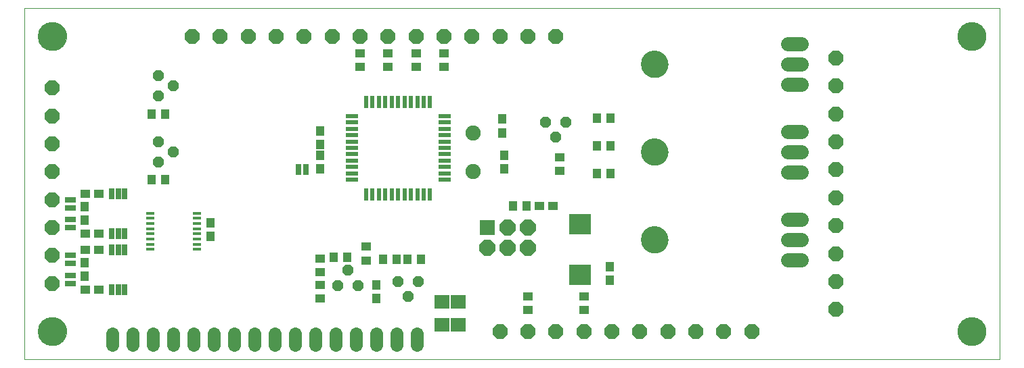
<source format=gts>
G75*
%MOIN*%
%OFA0B0*%
%FSLAX25Y25*%
%IPPOS*%
%LPD*%
%AMOC8*
5,1,8,0,0,1.08239X$1,22.5*
%
%ADD10C,0.00000*%
%ADD11R,0.06306X0.02369*%
%ADD12R,0.02369X0.06306*%
%ADD13R,0.04300X0.01600*%
%ADD14C,0.07000*%
%ADD15C,0.13400*%
%ADD16R,0.07800X0.07800*%
%ADD17OC8,0.07800*%
%ADD18R,0.04337X0.04731*%
%ADD19R,0.04731X0.04337*%
%ADD20C,0.07487*%
%ADD21OC8,0.05600*%
%ADD22OC8,0.07487*%
%ADD23R,0.07498X0.06699*%
%ADD24C,0.14180*%
%ADD25C,0.06337*%
%ADD26R,0.11030X0.10439*%
%ADD27R,0.05400X0.02900*%
%ADD28R,0.02900X0.05400*%
D10*
X0001250Y0001250D02*
X0001250Y0174478D01*
X0481565Y0174478D01*
X0481565Y0001250D01*
X0001250Y0001250D01*
X0008140Y0015030D02*
X0008142Y0015199D01*
X0008148Y0015368D01*
X0008159Y0015537D01*
X0008173Y0015705D01*
X0008192Y0015873D01*
X0008215Y0016041D01*
X0008241Y0016208D01*
X0008272Y0016374D01*
X0008307Y0016540D01*
X0008346Y0016704D01*
X0008390Y0016868D01*
X0008437Y0017030D01*
X0008488Y0017191D01*
X0008543Y0017351D01*
X0008602Y0017510D01*
X0008664Y0017667D01*
X0008731Y0017822D01*
X0008802Y0017976D01*
X0008876Y0018128D01*
X0008954Y0018278D01*
X0009035Y0018426D01*
X0009120Y0018572D01*
X0009209Y0018716D01*
X0009301Y0018858D01*
X0009397Y0018997D01*
X0009496Y0019134D01*
X0009598Y0019269D01*
X0009704Y0019401D01*
X0009813Y0019530D01*
X0009925Y0019657D01*
X0010040Y0019781D01*
X0010158Y0019902D01*
X0010279Y0020020D01*
X0010403Y0020135D01*
X0010530Y0020247D01*
X0010659Y0020356D01*
X0010791Y0020462D01*
X0010926Y0020564D01*
X0011063Y0020663D01*
X0011202Y0020759D01*
X0011344Y0020851D01*
X0011488Y0020940D01*
X0011634Y0021025D01*
X0011782Y0021106D01*
X0011932Y0021184D01*
X0012084Y0021258D01*
X0012238Y0021329D01*
X0012393Y0021396D01*
X0012550Y0021458D01*
X0012709Y0021517D01*
X0012869Y0021572D01*
X0013030Y0021623D01*
X0013192Y0021670D01*
X0013356Y0021714D01*
X0013520Y0021753D01*
X0013686Y0021788D01*
X0013852Y0021819D01*
X0014019Y0021845D01*
X0014187Y0021868D01*
X0014355Y0021887D01*
X0014523Y0021901D01*
X0014692Y0021912D01*
X0014861Y0021918D01*
X0015030Y0021920D01*
X0015199Y0021918D01*
X0015368Y0021912D01*
X0015537Y0021901D01*
X0015705Y0021887D01*
X0015873Y0021868D01*
X0016041Y0021845D01*
X0016208Y0021819D01*
X0016374Y0021788D01*
X0016540Y0021753D01*
X0016704Y0021714D01*
X0016868Y0021670D01*
X0017030Y0021623D01*
X0017191Y0021572D01*
X0017351Y0021517D01*
X0017510Y0021458D01*
X0017667Y0021396D01*
X0017822Y0021329D01*
X0017976Y0021258D01*
X0018128Y0021184D01*
X0018278Y0021106D01*
X0018426Y0021025D01*
X0018572Y0020940D01*
X0018716Y0020851D01*
X0018858Y0020759D01*
X0018997Y0020663D01*
X0019134Y0020564D01*
X0019269Y0020462D01*
X0019401Y0020356D01*
X0019530Y0020247D01*
X0019657Y0020135D01*
X0019781Y0020020D01*
X0019902Y0019902D01*
X0020020Y0019781D01*
X0020135Y0019657D01*
X0020247Y0019530D01*
X0020356Y0019401D01*
X0020462Y0019269D01*
X0020564Y0019134D01*
X0020663Y0018997D01*
X0020759Y0018858D01*
X0020851Y0018716D01*
X0020940Y0018572D01*
X0021025Y0018426D01*
X0021106Y0018278D01*
X0021184Y0018128D01*
X0021258Y0017976D01*
X0021329Y0017822D01*
X0021396Y0017667D01*
X0021458Y0017510D01*
X0021517Y0017351D01*
X0021572Y0017191D01*
X0021623Y0017030D01*
X0021670Y0016868D01*
X0021714Y0016704D01*
X0021753Y0016540D01*
X0021788Y0016374D01*
X0021819Y0016208D01*
X0021845Y0016041D01*
X0021868Y0015873D01*
X0021887Y0015705D01*
X0021901Y0015537D01*
X0021912Y0015368D01*
X0021918Y0015199D01*
X0021920Y0015030D01*
X0021918Y0014861D01*
X0021912Y0014692D01*
X0021901Y0014523D01*
X0021887Y0014355D01*
X0021868Y0014187D01*
X0021845Y0014019D01*
X0021819Y0013852D01*
X0021788Y0013686D01*
X0021753Y0013520D01*
X0021714Y0013356D01*
X0021670Y0013192D01*
X0021623Y0013030D01*
X0021572Y0012869D01*
X0021517Y0012709D01*
X0021458Y0012550D01*
X0021396Y0012393D01*
X0021329Y0012238D01*
X0021258Y0012084D01*
X0021184Y0011932D01*
X0021106Y0011782D01*
X0021025Y0011634D01*
X0020940Y0011488D01*
X0020851Y0011344D01*
X0020759Y0011202D01*
X0020663Y0011063D01*
X0020564Y0010926D01*
X0020462Y0010791D01*
X0020356Y0010659D01*
X0020247Y0010530D01*
X0020135Y0010403D01*
X0020020Y0010279D01*
X0019902Y0010158D01*
X0019781Y0010040D01*
X0019657Y0009925D01*
X0019530Y0009813D01*
X0019401Y0009704D01*
X0019269Y0009598D01*
X0019134Y0009496D01*
X0018997Y0009397D01*
X0018858Y0009301D01*
X0018716Y0009209D01*
X0018572Y0009120D01*
X0018426Y0009035D01*
X0018278Y0008954D01*
X0018128Y0008876D01*
X0017976Y0008802D01*
X0017822Y0008731D01*
X0017667Y0008664D01*
X0017510Y0008602D01*
X0017351Y0008543D01*
X0017191Y0008488D01*
X0017030Y0008437D01*
X0016868Y0008390D01*
X0016704Y0008346D01*
X0016540Y0008307D01*
X0016374Y0008272D01*
X0016208Y0008241D01*
X0016041Y0008215D01*
X0015873Y0008192D01*
X0015705Y0008173D01*
X0015537Y0008159D01*
X0015368Y0008148D01*
X0015199Y0008142D01*
X0015030Y0008140D01*
X0014861Y0008142D01*
X0014692Y0008148D01*
X0014523Y0008159D01*
X0014355Y0008173D01*
X0014187Y0008192D01*
X0014019Y0008215D01*
X0013852Y0008241D01*
X0013686Y0008272D01*
X0013520Y0008307D01*
X0013356Y0008346D01*
X0013192Y0008390D01*
X0013030Y0008437D01*
X0012869Y0008488D01*
X0012709Y0008543D01*
X0012550Y0008602D01*
X0012393Y0008664D01*
X0012238Y0008731D01*
X0012084Y0008802D01*
X0011932Y0008876D01*
X0011782Y0008954D01*
X0011634Y0009035D01*
X0011488Y0009120D01*
X0011344Y0009209D01*
X0011202Y0009301D01*
X0011063Y0009397D01*
X0010926Y0009496D01*
X0010791Y0009598D01*
X0010659Y0009704D01*
X0010530Y0009813D01*
X0010403Y0009925D01*
X0010279Y0010040D01*
X0010158Y0010158D01*
X0010040Y0010279D01*
X0009925Y0010403D01*
X0009813Y0010530D01*
X0009704Y0010659D01*
X0009598Y0010791D01*
X0009496Y0010926D01*
X0009397Y0011063D01*
X0009301Y0011202D01*
X0009209Y0011344D01*
X0009120Y0011488D01*
X0009035Y0011634D01*
X0008954Y0011782D01*
X0008876Y0011932D01*
X0008802Y0012084D01*
X0008731Y0012238D01*
X0008664Y0012393D01*
X0008602Y0012550D01*
X0008543Y0012709D01*
X0008488Y0012869D01*
X0008437Y0013030D01*
X0008390Y0013192D01*
X0008346Y0013356D01*
X0008307Y0013520D01*
X0008272Y0013686D01*
X0008241Y0013852D01*
X0008215Y0014019D01*
X0008192Y0014187D01*
X0008173Y0014355D01*
X0008159Y0014523D01*
X0008148Y0014692D01*
X0008142Y0014861D01*
X0008140Y0015030D01*
X0305081Y0060305D02*
X0305083Y0060466D01*
X0305089Y0060626D01*
X0305099Y0060787D01*
X0305113Y0060947D01*
X0305131Y0061107D01*
X0305152Y0061266D01*
X0305178Y0061425D01*
X0305208Y0061583D01*
X0305241Y0061740D01*
X0305279Y0061897D01*
X0305320Y0062052D01*
X0305365Y0062206D01*
X0305414Y0062359D01*
X0305467Y0062511D01*
X0305523Y0062662D01*
X0305584Y0062811D01*
X0305647Y0062959D01*
X0305715Y0063105D01*
X0305786Y0063249D01*
X0305860Y0063391D01*
X0305938Y0063532D01*
X0306020Y0063670D01*
X0306105Y0063807D01*
X0306193Y0063941D01*
X0306285Y0064073D01*
X0306380Y0064203D01*
X0306478Y0064331D01*
X0306579Y0064456D01*
X0306683Y0064578D01*
X0306790Y0064698D01*
X0306900Y0064815D01*
X0307013Y0064930D01*
X0307129Y0065041D01*
X0307248Y0065150D01*
X0307369Y0065255D01*
X0307493Y0065358D01*
X0307619Y0065458D01*
X0307747Y0065554D01*
X0307878Y0065647D01*
X0308012Y0065737D01*
X0308147Y0065824D01*
X0308285Y0065907D01*
X0308424Y0065987D01*
X0308566Y0066063D01*
X0308709Y0066136D01*
X0308854Y0066205D01*
X0309001Y0066271D01*
X0309149Y0066333D01*
X0309299Y0066391D01*
X0309450Y0066446D01*
X0309603Y0066497D01*
X0309757Y0066544D01*
X0309912Y0066587D01*
X0310068Y0066626D01*
X0310224Y0066662D01*
X0310382Y0066693D01*
X0310540Y0066721D01*
X0310699Y0066745D01*
X0310859Y0066765D01*
X0311019Y0066781D01*
X0311179Y0066793D01*
X0311340Y0066801D01*
X0311501Y0066805D01*
X0311661Y0066805D01*
X0311822Y0066801D01*
X0311983Y0066793D01*
X0312143Y0066781D01*
X0312303Y0066765D01*
X0312463Y0066745D01*
X0312622Y0066721D01*
X0312780Y0066693D01*
X0312938Y0066662D01*
X0313094Y0066626D01*
X0313250Y0066587D01*
X0313405Y0066544D01*
X0313559Y0066497D01*
X0313712Y0066446D01*
X0313863Y0066391D01*
X0314013Y0066333D01*
X0314161Y0066271D01*
X0314308Y0066205D01*
X0314453Y0066136D01*
X0314596Y0066063D01*
X0314738Y0065987D01*
X0314877Y0065907D01*
X0315015Y0065824D01*
X0315150Y0065737D01*
X0315284Y0065647D01*
X0315415Y0065554D01*
X0315543Y0065458D01*
X0315669Y0065358D01*
X0315793Y0065255D01*
X0315914Y0065150D01*
X0316033Y0065041D01*
X0316149Y0064930D01*
X0316262Y0064815D01*
X0316372Y0064698D01*
X0316479Y0064578D01*
X0316583Y0064456D01*
X0316684Y0064331D01*
X0316782Y0064203D01*
X0316877Y0064073D01*
X0316969Y0063941D01*
X0317057Y0063807D01*
X0317142Y0063670D01*
X0317224Y0063532D01*
X0317302Y0063391D01*
X0317376Y0063249D01*
X0317447Y0063105D01*
X0317515Y0062959D01*
X0317578Y0062811D01*
X0317639Y0062662D01*
X0317695Y0062511D01*
X0317748Y0062359D01*
X0317797Y0062206D01*
X0317842Y0062052D01*
X0317883Y0061897D01*
X0317921Y0061740D01*
X0317954Y0061583D01*
X0317984Y0061425D01*
X0318010Y0061266D01*
X0318031Y0061107D01*
X0318049Y0060947D01*
X0318063Y0060787D01*
X0318073Y0060626D01*
X0318079Y0060466D01*
X0318081Y0060305D01*
X0318079Y0060144D01*
X0318073Y0059984D01*
X0318063Y0059823D01*
X0318049Y0059663D01*
X0318031Y0059503D01*
X0318010Y0059344D01*
X0317984Y0059185D01*
X0317954Y0059027D01*
X0317921Y0058870D01*
X0317883Y0058713D01*
X0317842Y0058558D01*
X0317797Y0058404D01*
X0317748Y0058251D01*
X0317695Y0058099D01*
X0317639Y0057948D01*
X0317578Y0057799D01*
X0317515Y0057651D01*
X0317447Y0057505D01*
X0317376Y0057361D01*
X0317302Y0057219D01*
X0317224Y0057078D01*
X0317142Y0056940D01*
X0317057Y0056803D01*
X0316969Y0056669D01*
X0316877Y0056537D01*
X0316782Y0056407D01*
X0316684Y0056279D01*
X0316583Y0056154D01*
X0316479Y0056032D01*
X0316372Y0055912D01*
X0316262Y0055795D01*
X0316149Y0055680D01*
X0316033Y0055569D01*
X0315914Y0055460D01*
X0315793Y0055355D01*
X0315669Y0055252D01*
X0315543Y0055152D01*
X0315415Y0055056D01*
X0315284Y0054963D01*
X0315150Y0054873D01*
X0315015Y0054786D01*
X0314877Y0054703D01*
X0314738Y0054623D01*
X0314596Y0054547D01*
X0314453Y0054474D01*
X0314308Y0054405D01*
X0314161Y0054339D01*
X0314013Y0054277D01*
X0313863Y0054219D01*
X0313712Y0054164D01*
X0313559Y0054113D01*
X0313405Y0054066D01*
X0313250Y0054023D01*
X0313094Y0053984D01*
X0312938Y0053948D01*
X0312780Y0053917D01*
X0312622Y0053889D01*
X0312463Y0053865D01*
X0312303Y0053845D01*
X0312143Y0053829D01*
X0311983Y0053817D01*
X0311822Y0053809D01*
X0311661Y0053805D01*
X0311501Y0053805D01*
X0311340Y0053809D01*
X0311179Y0053817D01*
X0311019Y0053829D01*
X0310859Y0053845D01*
X0310699Y0053865D01*
X0310540Y0053889D01*
X0310382Y0053917D01*
X0310224Y0053948D01*
X0310068Y0053984D01*
X0309912Y0054023D01*
X0309757Y0054066D01*
X0309603Y0054113D01*
X0309450Y0054164D01*
X0309299Y0054219D01*
X0309149Y0054277D01*
X0309001Y0054339D01*
X0308854Y0054405D01*
X0308709Y0054474D01*
X0308566Y0054547D01*
X0308424Y0054623D01*
X0308285Y0054703D01*
X0308147Y0054786D01*
X0308012Y0054873D01*
X0307878Y0054963D01*
X0307747Y0055056D01*
X0307619Y0055152D01*
X0307493Y0055252D01*
X0307369Y0055355D01*
X0307248Y0055460D01*
X0307129Y0055569D01*
X0307013Y0055680D01*
X0306900Y0055795D01*
X0306790Y0055912D01*
X0306683Y0056032D01*
X0306579Y0056154D01*
X0306478Y0056279D01*
X0306380Y0056407D01*
X0306285Y0056537D01*
X0306193Y0056669D01*
X0306105Y0056803D01*
X0306020Y0056940D01*
X0305938Y0057078D01*
X0305860Y0057219D01*
X0305786Y0057361D01*
X0305715Y0057505D01*
X0305647Y0057651D01*
X0305584Y0057799D01*
X0305523Y0057948D01*
X0305467Y0058099D01*
X0305414Y0058251D01*
X0305365Y0058404D01*
X0305320Y0058558D01*
X0305279Y0058713D01*
X0305241Y0058870D01*
X0305208Y0059027D01*
X0305178Y0059185D01*
X0305152Y0059344D01*
X0305131Y0059503D01*
X0305113Y0059663D01*
X0305099Y0059823D01*
X0305089Y0059984D01*
X0305083Y0060144D01*
X0305081Y0060305D01*
X0305081Y0103612D02*
X0305083Y0103773D01*
X0305089Y0103933D01*
X0305099Y0104094D01*
X0305113Y0104254D01*
X0305131Y0104414D01*
X0305152Y0104573D01*
X0305178Y0104732D01*
X0305208Y0104890D01*
X0305241Y0105047D01*
X0305279Y0105204D01*
X0305320Y0105359D01*
X0305365Y0105513D01*
X0305414Y0105666D01*
X0305467Y0105818D01*
X0305523Y0105969D01*
X0305584Y0106118D01*
X0305647Y0106266D01*
X0305715Y0106412D01*
X0305786Y0106556D01*
X0305860Y0106698D01*
X0305938Y0106839D01*
X0306020Y0106977D01*
X0306105Y0107114D01*
X0306193Y0107248D01*
X0306285Y0107380D01*
X0306380Y0107510D01*
X0306478Y0107638D01*
X0306579Y0107763D01*
X0306683Y0107885D01*
X0306790Y0108005D01*
X0306900Y0108122D01*
X0307013Y0108237D01*
X0307129Y0108348D01*
X0307248Y0108457D01*
X0307369Y0108562D01*
X0307493Y0108665D01*
X0307619Y0108765D01*
X0307747Y0108861D01*
X0307878Y0108954D01*
X0308012Y0109044D01*
X0308147Y0109131D01*
X0308285Y0109214D01*
X0308424Y0109294D01*
X0308566Y0109370D01*
X0308709Y0109443D01*
X0308854Y0109512D01*
X0309001Y0109578D01*
X0309149Y0109640D01*
X0309299Y0109698D01*
X0309450Y0109753D01*
X0309603Y0109804D01*
X0309757Y0109851D01*
X0309912Y0109894D01*
X0310068Y0109933D01*
X0310224Y0109969D01*
X0310382Y0110000D01*
X0310540Y0110028D01*
X0310699Y0110052D01*
X0310859Y0110072D01*
X0311019Y0110088D01*
X0311179Y0110100D01*
X0311340Y0110108D01*
X0311501Y0110112D01*
X0311661Y0110112D01*
X0311822Y0110108D01*
X0311983Y0110100D01*
X0312143Y0110088D01*
X0312303Y0110072D01*
X0312463Y0110052D01*
X0312622Y0110028D01*
X0312780Y0110000D01*
X0312938Y0109969D01*
X0313094Y0109933D01*
X0313250Y0109894D01*
X0313405Y0109851D01*
X0313559Y0109804D01*
X0313712Y0109753D01*
X0313863Y0109698D01*
X0314013Y0109640D01*
X0314161Y0109578D01*
X0314308Y0109512D01*
X0314453Y0109443D01*
X0314596Y0109370D01*
X0314738Y0109294D01*
X0314877Y0109214D01*
X0315015Y0109131D01*
X0315150Y0109044D01*
X0315284Y0108954D01*
X0315415Y0108861D01*
X0315543Y0108765D01*
X0315669Y0108665D01*
X0315793Y0108562D01*
X0315914Y0108457D01*
X0316033Y0108348D01*
X0316149Y0108237D01*
X0316262Y0108122D01*
X0316372Y0108005D01*
X0316479Y0107885D01*
X0316583Y0107763D01*
X0316684Y0107638D01*
X0316782Y0107510D01*
X0316877Y0107380D01*
X0316969Y0107248D01*
X0317057Y0107114D01*
X0317142Y0106977D01*
X0317224Y0106839D01*
X0317302Y0106698D01*
X0317376Y0106556D01*
X0317447Y0106412D01*
X0317515Y0106266D01*
X0317578Y0106118D01*
X0317639Y0105969D01*
X0317695Y0105818D01*
X0317748Y0105666D01*
X0317797Y0105513D01*
X0317842Y0105359D01*
X0317883Y0105204D01*
X0317921Y0105047D01*
X0317954Y0104890D01*
X0317984Y0104732D01*
X0318010Y0104573D01*
X0318031Y0104414D01*
X0318049Y0104254D01*
X0318063Y0104094D01*
X0318073Y0103933D01*
X0318079Y0103773D01*
X0318081Y0103612D01*
X0318079Y0103451D01*
X0318073Y0103291D01*
X0318063Y0103130D01*
X0318049Y0102970D01*
X0318031Y0102810D01*
X0318010Y0102651D01*
X0317984Y0102492D01*
X0317954Y0102334D01*
X0317921Y0102177D01*
X0317883Y0102020D01*
X0317842Y0101865D01*
X0317797Y0101711D01*
X0317748Y0101558D01*
X0317695Y0101406D01*
X0317639Y0101255D01*
X0317578Y0101106D01*
X0317515Y0100958D01*
X0317447Y0100812D01*
X0317376Y0100668D01*
X0317302Y0100526D01*
X0317224Y0100385D01*
X0317142Y0100247D01*
X0317057Y0100110D01*
X0316969Y0099976D01*
X0316877Y0099844D01*
X0316782Y0099714D01*
X0316684Y0099586D01*
X0316583Y0099461D01*
X0316479Y0099339D01*
X0316372Y0099219D01*
X0316262Y0099102D01*
X0316149Y0098987D01*
X0316033Y0098876D01*
X0315914Y0098767D01*
X0315793Y0098662D01*
X0315669Y0098559D01*
X0315543Y0098459D01*
X0315415Y0098363D01*
X0315284Y0098270D01*
X0315150Y0098180D01*
X0315015Y0098093D01*
X0314877Y0098010D01*
X0314738Y0097930D01*
X0314596Y0097854D01*
X0314453Y0097781D01*
X0314308Y0097712D01*
X0314161Y0097646D01*
X0314013Y0097584D01*
X0313863Y0097526D01*
X0313712Y0097471D01*
X0313559Y0097420D01*
X0313405Y0097373D01*
X0313250Y0097330D01*
X0313094Y0097291D01*
X0312938Y0097255D01*
X0312780Y0097224D01*
X0312622Y0097196D01*
X0312463Y0097172D01*
X0312303Y0097152D01*
X0312143Y0097136D01*
X0311983Y0097124D01*
X0311822Y0097116D01*
X0311661Y0097112D01*
X0311501Y0097112D01*
X0311340Y0097116D01*
X0311179Y0097124D01*
X0311019Y0097136D01*
X0310859Y0097152D01*
X0310699Y0097172D01*
X0310540Y0097196D01*
X0310382Y0097224D01*
X0310224Y0097255D01*
X0310068Y0097291D01*
X0309912Y0097330D01*
X0309757Y0097373D01*
X0309603Y0097420D01*
X0309450Y0097471D01*
X0309299Y0097526D01*
X0309149Y0097584D01*
X0309001Y0097646D01*
X0308854Y0097712D01*
X0308709Y0097781D01*
X0308566Y0097854D01*
X0308424Y0097930D01*
X0308285Y0098010D01*
X0308147Y0098093D01*
X0308012Y0098180D01*
X0307878Y0098270D01*
X0307747Y0098363D01*
X0307619Y0098459D01*
X0307493Y0098559D01*
X0307369Y0098662D01*
X0307248Y0098767D01*
X0307129Y0098876D01*
X0307013Y0098987D01*
X0306900Y0099102D01*
X0306790Y0099219D01*
X0306683Y0099339D01*
X0306579Y0099461D01*
X0306478Y0099586D01*
X0306380Y0099714D01*
X0306285Y0099844D01*
X0306193Y0099976D01*
X0306105Y0100110D01*
X0306020Y0100247D01*
X0305938Y0100385D01*
X0305860Y0100526D01*
X0305786Y0100668D01*
X0305715Y0100812D01*
X0305647Y0100958D01*
X0305584Y0101106D01*
X0305523Y0101255D01*
X0305467Y0101406D01*
X0305414Y0101558D01*
X0305365Y0101711D01*
X0305320Y0101865D01*
X0305279Y0102020D01*
X0305241Y0102177D01*
X0305208Y0102334D01*
X0305178Y0102492D01*
X0305152Y0102651D01*
X0305131Y0102810D01*
X0305113Y0102970D01*
X0305099Y0103130D01*
X0305089Y0103291D01*
X0305083Y0103451D01*
X0305081Y0103612D01*
X0305081Y0146919D02*
X0305083Y0147080D01*
X0305089Y0147240D01*
X0305099Y0147401D01*
X0305113Y0147561D01*
X0305131Y0147721D01*
X0305152Y0147880D01*
X0305178Y0148039D01*
X0305208Y0148197D01*
X0305241Y0148354D01*
X0305279Y0148511D01*
X0305320Y0148666D01*
X0305365Y0148820D01*
X0305414Y0148973D01*
X0305467Y0149125D01*
X0305523Y0149276D01*
X0305584Y0149425D01*
X0305647Y0149573D01*
X0305715Y0149719D01*
X0305786Y0149863D01*
X0305860Y0150005D01*
X0305938Y0150146D01*
X0306020Y0150284D01*
X0306105Y0150421D01*
X0306193Y0150555D01*
X0306285Y0150687D01*
X0306380Y0150817D01*
X0306478Y0150945D01*
X0306579Y0151070D01*
X0306683Y0151192D01*
X0306790Y0151312D01*
X0306900Y0151429D01*
X0307013Y0151544D01*
X0307129Y0151655D01*
X0307248Y0151764D01*
X0307369Y0151869D01*
X0307493Y0151972D01*
X0307619Y0152072D01*
X0307747Y0152168D01*
X0307878Y0152261D01*
X0308012Y0152351D01*
X0308147Y0152438D01*
X0308285Y0152521D01*
X0308424Y0152601D01*
X0308566Y0152677D01*
X0308709Y0152750D01*
X0308854Y0152819D01*
X0309001Y0152885D01*
X0309149Y0152947D01*
X0309299Y0153005D01*
X0309450Y0153060D01*
X0309603Y0153111D01*
X0309757Y0153158D01*
X0309912Y0153201D01*
X0310068Y0153240D01*
X0310224Y0153276D01*
X0310382Y0153307D01*
X0310540Y0153335D01*
X0310699Y0153359D01*
X0310859Y0153379D01*
X0311019Y0153395D01*
X0311179Y0153407D01*
X0311340Y0153415D01*
X0311501Y0153419D01*
X0311661Y0153419D01*
X0311822Y0153415D01*
X0311983Y0153407D01*
X0312143Y0153395D01*
X0312303Y0153379D01*
X0312463Y0153359D01*
X0312622Y0153335D01*
X0312780Y0153307D01*
X0312938Y0153276D01*
X0313094Y0153240D01*
X0313250Y0153201D01*
X0313405Y0153158D01*
X0313559Y0153111D01*
X0313712Y0153060D01*
X0313863Y0153005D01*
X0314013Y0152947D01*
X0314161Y0152885D01*
X0314308Y0152819D01*
X0314453Y0152750D01*
X0314596Y0152677D01*
X0314738Y0152601D01*
X0314877Y0152521D01*
X0315015Y0152438D01*
X0315150Y0152351D01*
X0315284Y0152261D01*
X0315415Y0152168D01*
X0315543Y0152072D01*
X0315669Y0151972D01*
X0315793Y0151869D01*
X0315914Y0151764D01*
X0316033Y0151655D01*
X0316149Y0151544D01*
X0316262Y0151429D01*
X0316372Y0151312D01*
X0316479Y0151192D01*
X0316583Y0151070D01*
X0316684Y0150945D01*
X0316782Y0150817D01*
X0316877Y0150687D01*
X0316969Y0150555D01*
X0317057Y0150421D01*
X0317142Y0150284D01*
X0317224Y0150146D01*
X0317302Y0150005D01*
X0317376Y0149863D01*
X0317447Y0149719D01*
X0317515Y0149573D01*
X0317578Y0149425D01*
X0317639Y0149276D01*
X0317695Y0149125D01*
X0317748Y0148973D01*
X0317797Y0148820D01*
X0317842Y0148666D01*
X0317883Y0148511D01*
X0317921Y0148354D01*
X0317954Y0148197D01*
X0317984Y0148039D01*
X0318010Y0147880D01*
X0318031Y0147721D01*
X0318049Y0147561D01*
X0318063Y0147401D01*
X0318073Y0147240D01*
X0318079Y0147080D01*
X0318081Y0146919D01*
X0318079Y0146758D01*
X0318073Y0146598D01*
X0318063Y0146437D01*
X0318049Y0146277D01*
X0318031Y0146117D01*
X0318010Y0145958D01*
X0317984Y0145799D01*
X0317954Y0145641D01*
X0317921Y0145484D01*
X0317883Y0145327D01*
X0317842Y0145172D01*
X0317797Y0145018D01*
X0317748Y0144865D01*
X0317695Y0144713D01*
X0317639Y0144562D01*
X0317578Y0144413D01*
X0317515Y0144265D01*
X0317447Y0144119D01*
X0317376Y0143975D01*
X0317302Y0143833D01*
X0317224Y0143692D01*
X0317142Y0143554D01*
X0317057Y0143417D01*
X0316969Y0143283D01*
X0316877Y0143151D01*
X0316782Y0143021D01*
X0316684Y0142893D01*
X0316583Y0142768D01*
X0316479Y0142646D01*
X0316372Y0142526D01*
X0316262Y0142409D01*
X0316149Y0142294D01*
X0316033Y0142183D01*
X0315914Y0142074D01*
X0315793Y0141969D01*
X0315669Y0141866D01*
X0315543Y0141766D01*
X0315415Y0141670D01*
X0315284Y0141577D01*
X0315150Y0141487D01*
X0315015Y0141400D01*
X0314877Y0141317D01*
X0314738Y0141237D01*
X0314596Y0141161D01*
X0314453Y0141088D01*
X0314308Y0141019D01*
X0314161Y0140953D01*
X0314013Y0140891D01*
X0313863Y0140833D01*
X0313712Y0140778D01*
X0313559Y0140727D01*
X0313405Y0140680D01*
X0313250Y0140637D01*
X0313094Y0140598D01*
X0312938Y0140562D01*
X0312780Y0140531D01*
X0312622Y0140503D01*
X0312463Y0140479D01*
X0312303Y0140459D01*
X0312143Y0140443D01*
X0311983Y0140431D01*
X0311822Y0140423D01*
X0311661Y0140419D01*
X0311501Y0140419D01*
X0311340Y0140423D01*
X0311179Y0140431D01*
X0311019Y0140443D01*
X0310859Y0140459D01*
X0310699Y0140479D01*
X0310540Y0140503D01*
X0310382Y0140531D01*
X0310224Y0140562D01*
X0310068Y0140598D01*
X0309912Y0140637D01*
X0309757Y0140680D01*
X0309603Y0140727D01*
X0309450Y0140778D01*
X0309299Y0140833D01*
X0309149Y0140891D01*
X0309001Y0140953D01*
X0308854Y0141019D01*
X0308709Y0141088D01*
X0308566Y0141161D01*
X0308424Y0141237D01*
X0308285Y0141317D01*
X0308147Y0141400D01*
X0308012Y0141487D01*
X0307878Y0141577D01*
X0307747Y0141670D01*
X0307619Y0141766D01*
X0307493Y0141866D01*
X0307369Y0141969D01*
X0307248Y0142074D01*
X0307129Y0142183D01*
X0307013Y0142294D01*
X0306900Y0142409D01*
X0306790Y0142526D01*
X0306683Y0142646D01*
X0306579Y0142768D01*
X0306478Y0142893D01*
X0306380Y0143021D01*
X0306285Y0143151D01*
X0306193Y0143283D01*
X0306105Y0143417D01*
X0306020Y0143554D01*
X0305938Y0143692D01*
X0305860Y0143833D01*
X0305786Y0143975D01*
X0305715Y0144119D01*
X0305647Y0144265D01*
X0305584Y0144413D01*
X0305523Y0144562D01*
X0305467Y0144713D01*
X0305414Y0144865D01*
X0305365Y0145018D01*
X0305320Y0145172D01*
X0305279Y0145327D01*
X0305241Y0145484D01*
X0305208Y0145641D01*
X0305178Y0145799D01*
X0305152Y0145958D01*
X0305131Y0146117D01*
X0305113Y0146277D01*
X0305099Y0146437D01*
X0305089Y0146598D01*
X0305083Y0146758D01*
X0305081Y0146919D01*
X0460895Y0160699D02*
X0460897Y0160868D01*
X0460903Y0161037D01*
X0460914Y0161206D01*
X0460928Y0161374D01*
X0460947Y0161542D01*
X0460970Y0161710D01*
X0460996Y0161877D01*
X0461027Y0162043D01*
X0461062Y0162209D01*
X0461101Y0162373D01*
X0461145Y0162537D01*
X0461192Y0162699D01*
X0461243Y0162860D01*
X0461298Y0163020D01*
X0461357Y0163179D01*
X0461419Y0163336D01*
X0461486Y0163491D01*
X0461557Y0163645D01*
X0461631Y0163797D01*
X0461709Y0163947D01*
X0461790Y0164095D01*
X0461875Y0164241D01*
X0461964Y0164385D01*
X0462056Y0164527D01*
X0462152Y0164666D01*
X0462251Y0164803D01*
X0462353Y0164938D01*
X0462459Y0165070D01*
X0462568Y0165199D01*
X0462680Y0165326D01*
X0462795Y0165450D01*
X0462913Y0165571D01*
X0463034Y0165689D01*
X0463158Y0165804D01*
X0463285Y0165916D01*
X0463414Y0166025D01*
X0463546Y0166131D01*
X0463681Y0166233D01*
X0463818Y0166332D01*
X0463957Y0166428D01*
X0464099Y0166520D01*
X0464243Y0166609D01*
X0464389Y0166694D01*
X0464537Y0166775D01*
X0464687Y0166853D01*
X0464839Y0166927D01*
X0464993Y0166998D01*
X0465148Y0167065D01*
X0465305Y0167127D01*
X0465464Y0167186D01*
X0465624Y0167241D01*
X0465785Y0167292D01*
X0465947Y0167339D01*
X0466111Y0167383D01*
X0466275Y0167422D01*
X0466441Y0167457D01*
X0466607Y0167488D01*
X0466774Y0167514D01*
X0466942Y0167537D01*
X0467110Y0167556D01*
X0467278Y0167570D01*
X0467447Y0167581D01*
X0467616Y0167587D01*
X0467785Y0167589D01*
X0467954Y0167587D01*
X0468123Y0167581D01*
X0468292Y0167570D01*
X0468460Y0167556D01*
X0468628Y0167537D01*
X0468796Y0167514D01*
X0468963Y0167488D01*
X0469129Y0167457D01*
X0469295Y0167422D01*
X0469459Y0167383D01*
X0469623Y0167339D01*
X0469785Y0167292D01*
X0469946Y0167241D01*
X0470106Y0167186D01*
X0470265Y0167127D01*
X0470422Y0167065D01*
X0470577Y0166998D01*
X0470731Y0166927D01*
X0470883Y0166853D01*
X0471033Y0166775D01*
X0471181Y0166694D01*
X0471327Y0166609D01*
X0471471Y0166520D01*
X0471613Y0166428D01*
X0471752Y0166332D01*
X0471889Y0166233D01*
X0472024Y0166131D01*
X0472156Y0166025D01*
X0472285Y0165916D01*
X0472412Y0165804D01*
X0472536Y0165689D01*
X0472657Y0165571D01*
X0472775Y0165450D01*
X0472890Y0165326D01*
X0473002Y0165199D01*
X0473111Y0165070D01*
X0473217Y0164938D01*
X0473319Y0164803D01*
X0473418Y0164666D01*
X0473514Y0164527D01*
X0473606Y0164385D01*
X0473695Y0164241D01*
X0473780Y0164095D01*
X0473861Y0163947D01*
X0473939Y0163797D01*
X0474013Y0163645D01*
X0474084Y0163491D01*
X0474151Y0163336D01*
X0474213Y0163179D01*
X0474272Y0163020D01*
X0474327Y0162860D01*
X0474378Y0162699D01*
X0474425Y0162537D01*
X0474469Y0162373D01*
X0474508Y0162209D01*
X0474543Y0162043D01*
X0474574Y0161877D01*
X0474600Y0161710D01*
X0474623Y0161542D01*
X0474642Y0161374D01*
X0474656Y0161206D01*
X0474667Y0161037D01*
X0474673Y0160868D01*
X0474675Y0160699D01*
X0474673Y0160530D01*
X0474667Y0160361D01*
X0474656Y0160192D01*
X0474642Y0160024D01*
X0474623Y0159856D01*
X0474600Y0159688D01*
X0474574Y0159521D01*
X0474543Y0159355D01*
X0474508Y0159189D01*
X0474469Y0159025D01*
X0474425Y0158861D01*
X0474378Y0158699D01*
X0474327Y0158538D01*
X0474272Y0158378D01*
X0474213Y0158219D01*
X0474151Y0158062D01*
X0474084Y0157907D01*
X0474013Y0157753D01*
X0473939Y0157601D01*
X0473861Y0157451D01*
X0473780Y0157303D01*
X0473695Y0157157D01*
X0473606Y0157013D01*
X0473514Y0156871D01*
X0473418Y0156732D01*
X0473319Y0156595D01*
X0473217Y0156460D01*
X0473111Y0156328D01*
X0473002Y0156199D01*
X0472890Y0156072D01*
X0472775Y0155948D01*
X0472657Y0155827D01*
X0472536Y0155709D01*
X0472412Y0155594D01*
X0472285Y0155482D01*
X0472156Y0155373D01*
X0472024Y0155267D01*
X0471889Y0155165D01*
X0471752Y0155066D01*
X0471613Y0154970D01*
X0471471Y0154878D01*
X0471327Y0154789D01*
X0471181Y0154704D01*
X0471033Y0154623D01*
X0470883Y0154545D01*
X0470731Y0154471D01*
X0470577Y0154400D01*
X0470422Y0154333D01*
X0470265Y0154271D01*
X0470106Y0154212D01*
X0469946Y0154157D01*
X0469785Y0154106D01*
X0469623Y0154059D01*
X0469459Y0154015D01*
X0469295Y0153976D01*
X0469129Y0153941D01*
X0468963Y0153910D01*
X0468796Y0153884D01*
X0468628Y0153861D01*
X0468460Y0153842D01*
X0468292Y0153828D01*
X0468123Y0153817D01*
X0467954Y0153811D01*
X0467785Y0153809D01*
X0467616Y0153811D01*
X0467447Y0153817D01*
X0467278Y0153828D01*
X0467110Y0153842D01*
X0466942Y0153861D01*
X0466774Y0153884D01*
X0466607Y0153910D01*
X0466441Y0153941D01*
X0466275Y0153976D01*
X0466111Y0154015D01*
X0465947Y0154059D01*
X0465785Y0154106D01*
X0465624Y0154157D01*
X0465464Y0154212D01*
X0465305Y0154271D01*
X0465148Y0154333D01*
X0464993Y0154400D01*
X0464839Y0154471D01*
X0464687Y0154545D01*
X0464537Y0154623D01*
X0464389Y0154704D01*
X0464243Y0154789D01*
X0464099Y0154878D01*
X0463957Y0154970D01*
X0463818Y0155066D01*
X0463681Y0155165D01*
X0463546Y0155267D01*
X0463414Y0155373D01*
X0463285Y0155482D01*
X0463158Y0155594D01*
X0463034Y0155709D01*
X0462913Y0155827D01*
X0462795Y0155948D01*
X0462680Y0156072D01*
X0462568Y0156199D01*
X0462459Y0156328D01*
X0462353Y0156460D01*
X0462251Y0156595D01*
X0462152Y0156732D01*
X0462056Y0156871D01*
X0461964Y0157013D01*
X0461875Y0157157D01*
X0461790Y0157303D01*
X0461709Y0157451D01*
X0461631Y0157601D01*
X0461557Y0157753D01*
X0461486Y0157907D01*
X0461419Y0158062D01*
X0461357Y0158219D01*
X0461298Y0158378D01*
X0461243Y0158538D01*
X0461192Y0158699D01*
X0461145Y0158861D01*
X0461101Y0159025D01*
X0461062Y0159189D01*
X0461027Y0159355D01*
X0460996Y0159521D01*
X0460970Y0159688D01*
X0460947Y0159856D01*
X0460928Y0160024D01*
X0460914Y0160192D01*
X0460903Y0160361D01*
X0460897Y0160530D01*
X0460895Y0160699D01*
X0460895Y0015030D02*
X0460897Y0015199D01*
X0460903Y0015368D01*
X0460914Y0015537D01*
X0460928Y0015705D01*
X0460947Y0015873D01*
X0460970Y0016041D01*
X0460996Y0016208D01*
X0461027Y0016374D01*
X0461062Y0016540D01*
X0461101Y0016704D01*
X0461145Y0016868D01*
X0461192Y0017030D01*
X0461243Y0017191D01*
X0461298Y0017351D01*
X0461357Y0017510D01*
X0461419Y0017667D01*
X0461486Y0017822D01*
X0461557Y0017976D01*
X0461631Y0018128D01*
X0461709Y0018278D01*
X0461790Y0018426D01*
X0461875Y0018572D01*
X0461964Y0018716D01*
X0462056Y0018858D01*
X0462152Y0018997D01*
X0462251Y0019134D01*
X0462353Y0019269D01*
X0462459Y0019401D01*
X0462568Y0019530D01*
X0462680Y0019657D01*
X0462795Y0019781D01*
X0462913Y0019902D01*
X0463034Y0020020D01*
X0463158Y0020135D01*
X0463285Y0020247D01*
X0463414Y0020356D01*
X0463546Y0020462D01*
X0463681Y0020564D01*
X0463818Y0020663D01*
X0463957Y0020759D01*
X0464099Y0020851D01*
X0464243Y0020940D01*
X0464389Y0021025D01*
X0464537Y0021106D01*
X0464687Y0021184D01*
X0464839Y0021258D01*
X0464993Y0021329D01*
X0465148Y0021396D01*
X0465305Y0021458D01*
X0465464Y0021517D01*
X0465624Y0021572D01*
X0465785Y0021623D01*
X0465947Y0021670D01*
X0466111Y0021714D01*
X0466275Y0021753D01*
X0466441Y0021788D01*
X0466607Y0021819D01*
X0466774Y0021845D01*
X0466942Y0021868D01*
X0467110Y0021887D01*
X0467278Y0021901D01*
X0467447Y0021912D01*
X0467616Y0021918D01*
X0467785Y0021920D01*
X0467954Y0021918D01*
X0468123Y0021912D01*
X0468292Y0021901D01*
X0468460Y0021887D01*
X0468628Y0021868D01*
X0468796Y0021845D01*
X0468963Y0021819D01*
X0469129Y0021788D01*
X0469295Y0021753D01*
X0469459Y0021714D01*
X0469623Y0021670D01*
X0469785Y0021623D01*
X0469946Y0021572D01*
X0470106Y0021517D01*
X0470265Y0021458D01*
X0470422Y0021396D01*
X0470577Y0021329D01*
X0470731Y0021258D01*
X0470883Y0021184D01*
X0471033Y0021106D01*
X0471181Y0021025D01*
X0471327Y0020940D01*
X0471471Y0020851D01*
X0471613Y0020759D01*
X0471752Y0020663D01*
X0471889Y0020564D01*
X0472024Y0020462D01*
X0472156Y0020356D01*
X0472285Y0020247D01*
X0472412Y0020135D01*
X0472536Y0020020D01*
X0472657Y0019902D01*
X0472775Y0019781D01*
X0472890Y0019657D01*
X0473002Y0019530D01*
X0473111Y0019401D01*
X0473217Y0019269D01*
X0473319Y0019134D01*
X0473418Y0018997D01*
X0473514Y0018858D01*
X0473606Y0018716D01*
X0473695Y0018572D01*
X0473780Y0018426D01*
X0473861Y0018278D01*
X0473939Y0018128D01*
X0474013Y0017976D01*
X0474084Y0017822D01*
X0474151Y0017667D01*
X0474213Y0017510D01*
X0474272Y0017351D01*
X0474327Y0017191D01*
X0474378Y0017030D01*
X0474425Y0016868D01*
X0474469Y0016704D01*
X0474508Y0016540D01*
X0474543Y0016374D01*
X0474574Y0016208D01*
X0474600Y0016041D01*
X0474623Y0015873D01*
X0474642Y0015705D01*
X0474656Y0015537D01*
X0474667Y0015368D01*
X0474673Y0015199D01*
X0474675Y0015030D01*
X0474673Y0014861D01*
X0474667Y0014692D01*
X0474656Y0014523D01*
X0474642Y0014355D01*
X0474623Y0014187D01*
X0474600Y0014019D01*
X0474574Y0013852D01*
X0474543Y0013686D01*
X0474508Y0013520D01*
X0474469Y0013356D01*
X0474425Y0013192D01*
X0474378Y0013030D01*
X0474327Y0012869D01*
X0474272Y0012709D01*
X0474213Y0012550D01*
X0474151Y0012393D01*
X0474084Y0012238D01*
X0474013Y0012084D01*
X0473939Y0011932D01*
X0473861Y0011782D01*
X0473780Y0011634D01*
X0473695Y0011488D01*
X0473606Y0011344D01*
X0473514Y0011202D01*
X0473418Y0011063D01*
X0473319Y0010926D01*
X0473217Y0010791D01*
X0473111Y0010659D01*
X0473002Y0010530D01*
X0472890Y0010403D01*
X0472775Y0010279D01*
X0472657Y0010158D01*
X0472536Y0010040D01*
X0472412Y0009925D01*
X0472285Y0009813D01*
X0472156Y0009704D01*
X0472024Y0009598D01*
X0471889Y0009496D01*
X0471752Y0009397D01*
X0471613Y0009301D01*
X0471471Y0009209D01*
X0471327Y0009120D01*
X0471181Y0009035D01*
X0471033Y0008954D01*
X0470883Y0008876D01*
X0470731Y0008802D01*
X0470577Y0008731D01*
X0470422Y0008664D01*
X0470265Y0008602D01*
X0470106Y0008543D01*
X0469946Y0008488D01*
X0469785Y0008437D01*
X0469623Y0008390D01*
X0469459Y0008346D01*
X0469295Y0008307D01*
X0469129Y0008272D01*
X0468963Y0008241D01*
X0468796Y0008215D01*
X0468628Y0008192D01*
X0468460Y0008173D01*
X0468292Y0008159D01*
X0468123Y0008148D01*
X0467954Y0008142D01*
X0467785Y0008140D01*
X0467616Y0008142D01*
X0467447Y0008148D01*
X0467278Y0008159D01*
X0467110Y0008173D01*
X0466942Y0008192D01*
X0466774Y0008215D01*
X0466607Y0008241D01*
X0466441Y0008272D01*
X0466275Y0008307D01*
X0466111Y0008346D01*
X0465947Y0008390D01*
X0465785Y0008437D01*
X0465624Y0008488D01*
X0465464Y0008543D01*
X0465305Y0008602D01*
X0465148Y0008664D01*
X0464993Y0008731D01*
X0464839Y0008802D01*
X0464687Y0008876D01*
X0464537Y0008954D01*
X0464389Y0009035D01*
X0464243Y0009120D01*
X0464099Y0009209D01*
X0463957Y0009301D01*
X0463818Y0009397D01*
X0463681Y0009496D01*
X0463546Y0009598D01*
X0463414Y0009704D01*
X0463285Y0009813D01*
X0463158Y0009925D01*
X0463034Y0010040D01*
X0462913Y0010158D01*
X0462795Y0010279D01*
X0462680Y0010403D01*
X0462568Y0010530D01*
X0462459Y0010659D01*
X0462353Y0010791D01*
X0462251Y0010926D01*
X0462152Y0011063D01*
X0462056Y0011202D01*
X0461964Y0011344D01*
X0461875Y0011488D01*
X0461790Y0011634D01*
X0461709Y0011782D01*
X0461631Y0011932D01*
X0461557Y0012084D01*
X0461486Y0012238D01*
X0461419Y0012393D01*
X0461357Y0012550D01*
X0461298Y0012709D01*
X0461243Y0012869D01*
X0461192Y0013030D01*
X0461145Y0013192D01*
X0461101Y0013356D01*
X0461062Y0013520D01*
X0461027Y0013686D01*
X0460996Y0013852D01*
X0460970Y0014019D01*
X0460947Y0014187D01*
X0460928Y0014355D01*
X0460914Y0014523D01*
X0460903Y0014692D01*
X0460897Y0014861D01*
X0460895Y0015030D01*
X0008140Y0160699D02*
X0008142Y0160868D01*
X0008148Y0161037D01*
X0008159Y0161206D01*
X0008173Y0161374D01*
X0008192Y0161542D01*
X0008215Y0161710D01*
X0008241Y0161877D01*
X0008272Y0162043D01*
X0008307Y0162209D01*
X0008346Y0162373D01*
X0008390Y0162537D01*
X0008437Y0162699D01*
X0008488Y0162860D01*
X0008543Y0163020D01*
X0008602Y0163179D01*
X0008664Y0163336D01*
X0008731Y0163491D01*
X0008802Y0163645D01*
X0008876Y0163797D01*
X0008954Y0163947D01*
X0009035Y0164095D01*
X0009120Y0164241D01*
X0009209Y0164385D01*
X0009301Y0164527D01*
X0009397Y0164666D01*
X0009496Y0164803D01*
X0009598Y0164938D01*
X0009704Y0165070D01*
X0009813Y0165199D01*
X0009925Y0165326D01*
X0010040Y0165450D01*
X0010158Y0165571D01*
X0010279Y0165689D01*
X0010403Y0165804D01*
X0010530Y0165916D01*
X0010659Y0166025D01*
X0010791Y0166131D01*
X0010926Y0166233D01*
X0011063Y0166332D01*
X0011202Y0166428D01*
X0011344Y0166520D01*
X0011488Y0166609D01*
X0011634Y0166694D01*
X0011782Y0166775D01*
X0011932Y0166853D01*
X0012084Y0166927D01*
X0012238Y0166998D01*
X0012393Y0167065D01*
X0012550Y0167127D01*
X0012709Y0167186D01*
X0012869Y0167241D01*
X0013030Y0167292D01*
X0013192Y0167339D01*
X0013356Y0167383D01*
X0013520Y0167422D01*
X0013686Y0167457D01*
X0013852Y0167488D01*
X0014019Y0167514D01*
X0014187Y0167537D01*
X0014355Y0167556D01*
X0014523Y0167570D01*
X0014692Y0167581D01*
X0014861Y0167587D01*
X0015030Y0167589D01*
X0015199Y0167587D01*
X0015368Y0167581D01*
X0015537Y0167570D01*
X0015705Y0167556D01*
X0015873Y0167537D01*
X0016041Y0167514D01*
X0016208Y0167488D01*
X0016374Y0167457D01*
X0016540Y0167422D01*
X0016704Y0167383D01*
X0016868Y0167339D01*
X0017030Y0167292D01*
X0017191Y0167241D01*
X0017351Y0167186D01*
X0017510Y0167127D01*
X0017667Y0167065D01*
X0017822Y0166998D01*
X0017976Y0166927D01*
X0018128Y0166853D01*
X0018278Y0166775D01*
X0018426Y0166694D01*
X0018572Y0166609D01*
X0018716Y0166520D01*
X0018858Y0166428D01*
X0018997Y0166332D01*
X0019134Y0166233D01*
X0019269Y0166131D01*
X0019401Y0166025D01*
X0019530Y0165916D01*
X0019657Y0165804D01*
X0019781Y0165689D01*
X0019902Y0165571D01*
X0020020Y0165450D01*
X0020135Y0165326D01*
X0020247Y0165199D01*
X0020356Y0165070D01*
X0020462Y0164938D01*
X0020564Y0164803D01*
X0020663Y0164666D01*
X0020759Y0164527D01*
X0020851Y0164385D01*
X0020940Y0164241D01*
X0021025Y0164095D01*
X0021106Y0163947D01*
X0021184Y0163797D01*
X0021258Y0163645D01*
X0021329Y0163491D01*
X0021396Y0163336D01*
X0021458Y0163179D01*
X0021517Y0163020D01*
X0021572Y0162860D01*
X0021623Y0162699D01*
X0021670Y0162537D01*
X0021714Y0162373D01*
X0021753Y0162209D01*
X0021788Y0162043D01*
X0021819Y0161877D01*
X0021845Y0161710D01*
X0021868Y0161542D01*
X0021887Y0161374D01*
X0021901Y0161206D01*
X0021912Y0161037D01*
X0021918Y0160868D01*
X0021920Y0160699D01*
X0021918Y0160530D01*
X0021912Y0160361D01*
X0021901Y0160192D01*
X0021887Y0160024D01*
X0021868Y0159856D01*
X0021845Y0159688D01*
X0021819Y0159521D01*
X0021788Y0159355D01*
X0021753Y0159189D01*
X0021714Y0159025D01*
X0021670Y0158861D01*
X0021623Y0158699D01*
X0021572Y0158538D01*
X0021517Y0158378D01*
X0021458Y0158219D01*
X0021396Y0158062D01*
X0021329Y0157907D01*
X0021258Y0157753D01*
X0021184Y0157601D01*
X0021106Y0157451D01*
X0021025Y0157303D01*
X0020940Y0157157D01*
X0020851Y0157013D01*
X0020759Y0156871D01*
X0020663Y0156732D01*
X0020564Y0156595D01*
X0020462Y0156460D01*
X0020356Y0156328D01*
X0020247Y0156199D01*
X0020135Y0156072D01*
X0020020Y0155948D01*
X0019902Y0155827D01*
X0019781Y0155709D01*
X0019657Y0155594D01*
X0019530Y0155482D01*
X0019401Y0155373D01*
X0019269Y0155267D01*
X0019134Y0155165D01*
X0018997Y0155066D01*
X0018858Y0154970D01*
X0018716Y0154878D01*
X0018572Y0154789D01*
X0018426Y0154704D01*
X0018278Y0154623D01*
X0018128Y0154545D01*
X0017976Y0154471D01*
X0017822Y0154400D01*
X0017667Y0154333D01*
X0017510Y0154271D01*
X0017351Y0154212D01*
X0017191Y0154157D01*
X0017030Y0154106D01*
X0016868Y0154059D01*
X0016704Y0154015D01*
X0016540Y0153976D01*
X0016374Y0153941D01*
X0016208Y0153910D01*
X0016041Y0153884D01*
X0015873Y0153861D01*
X0015705Y0153842D01*
X0015537Y0153828D01*
X0015368Y0153817D01*
X0015199Y0153811D01*
X0015030Y0153809D01*
X0014861Y0153811D01*
X0014692Y0153817D01*
X0014523Y0153828D01*
X0014355Y0153842D01*
X0014187Y0153861D01*
X0014019Y0153884D01*
X0013852Y0153910D01*
X0013686Y0153941D01*
X0013520Y0153976D01*
X0013356Y0154015D01*
X0013192Y0154059D01*
X0013030Y0154106D01*
X0012869Y0154157D01*
X0012709Y0154212D01*
X0012550Y0154271D01*
X0012393Y0154333D01*
X0012238Y0154400D01*
X0012084Y0154471D01*
X0011932Y0154545D01*
X0011782Y0154623D01*
X0011634Y0154704D01*
X0011488Y0154789D01*
X0011344Y0154878D01*
X0011202Y0154970D01*
X0011063Y0155066D01*
X0010926Y0155165D01*
X0010791Y0155267D01*
X0010659Y0155373D01*
X0010530Y0155482D01*
X0010403Y0155594D01*
X0010279Y0155709D01*
X0010158Y0155827D01*
X0010040Y0155948D01*
X0009925Y0156072D01*
X0009813Y0156199D01*
X0009704Y0156328D01*
X0009598Y0156460D01*
X0009496Y0156595D01*
X0009397Y0156732D01*
X0009301Y0156871D01*
X0009209Y0157013D01*
X0009120Y0157157D01*
X0009035Y0157303D01*
X0008954Y0157451D01*
X0008876Y0157601D01*
X0008802Y0157753D01*
X0008731Y0157907D01*
X0008664Y0158062D01*
X0008602Y0158219D01*
X0008543Y0158378D01*
X0008488Y0158538D01*
X0008437Y0158699D01*
X0008390Y0158861D01*
X0008346Y0159025D01*
X0008307Y0159189D01*
X0008272Y0159355D01*
X0008241Y0159521D01*
X0008215Y0159688D01*
X0008192Y0159856D01*
X0008173Y0160024D01*
X0008159Y0160192D01*
X0008148Y0160361D01*
X0008142Y0160530D01*
X0008140Y0160699D01*
D11*
X0162470Y0121329D03*
X0162470Y0118179D03*
X0162470Y0115030D03*
X0162470Y0111880D03*
X0162470Y0108730D03*
X0162470Y0105581D03*
X0162470Y0102431D03*
X0162470Y0099281D03*
X0162470Y0096132D03*
X0162470Y0092982D03*
X0162470Y0089833D03*
X0208140Y0089833D03*
X0208140Y0092982D03*
X0208140Y0096132D03*
X0208140Y0099281D03*
X0208140Y0102431D03*
X0208140Y0105581D03*
X0208140Y0108730D03*
X0208140Y0111880D03*
X0208140Y0115030D03*
X0208140Y0118179D03*
X0208140Y0121329D03*
D12*
X0201053Y0128415D03*
X0197904Y0128415D03*
X0194754Y0128415D03*
X0191604Y0128415D03*
X0188455Y0128415D03*
X0185305Y0128415D03*
X0182156Y0128415D03*
X0179006Y0128415D03*
X0175856Y0128415D03*
X0172707Y0128415D03*
X0169557Y0128415D03*
X0169557Y0082746D03*
X0172707Y0082746D03*
X0175856Y0082746D03*
X0179006Y0082746D03*
X0182156Y0082746D03*
X0185305Y0082746D03*
X0188455Y0082746D03*
X0191604Y0082746D03*
X0194754Y0082746D03*
X0197904Y0082746D03*
X0201053Y0082746D03*
D13*
X0086320Y0073356D03*
X0086320Y0070797D03*
X0086320Y0068238D03*
X0086320Y0065679D03*
X0086320Y0063120D03*
X0086320Y0060561D03*
X0086320Y0058002D03*
X0086320Y0055443D03*
X0063345Y0055443D03*
X0063345Y0058002D03*
X0063345Y0060561D03*
X0063345Y0063120D03*
X0063345Y0065679D03*
X0063345Y0068238D03*
X0063345Y0070797D03*
X0063345Y0073356D03*
D14*
X0377281Y0070305D02*
X0383881Y0070305D01*
X0383881Y0060305D02*
X0377281Y0060305D01*
X0377281Y0050305D02*
X0383881Y0050305D01*
X0383881Y0093612D02*
X0377281Y0093612D01*
X0377281Y0103612D02*
X0383881Y0103612D01*
X0383881Y0113612D02*
X0377281Y0113612D01*
X0377281Y0136919D02*
X0383881Y0136919D01*
X0383881Y0146919D02*
X0377281Y0146919D01*
X0377281Y0156919D02*
X0383881Y0156919D01*
D15*
X0311581Y0146919D03*
X0311581Y0103612D03*
X0311581Y0060305D03*
D16*
X0229400Y0066171D03*
D17*
X0239400Y0066171D03*
X0249400Y0066171D03*
X0249400Y0056171D03*
X0239400Y0056171D03*
X0229400Y0056171D03*
D18*
X0196526Y0050463D03*
X0189833Y0050463D03*
X0184715Y0050463D03*
X0178022Y0050463D03*
X0160108Y0051447D03*
X0153415Y0051447D03*
X0174478Y0038061D03*
X0174478Y0031368D03*
X0092785Y0061880D03*
X0092785Y0068573D03*
X0070541Y0089833D03*
X0063848Y0089833D03*
X0030778Y0076447D03*
X0030778Y0069754D03*
X0030778Y0048888D03*
X0030778Y0042195D03*
X0146919Y0095344D03*
X0146919Y0102037D03*
X0146919Y0107156D03*
X0146919Y0113848D03*
X0070541Y0122313D03*
X0063848Y0122313D03*
X0236486Y0119754D03*
X0236486Y0113061D03*
X0237470Y0102037D03*
X0237470Y0095344D03*
X0283337Y0092785D03*
X0290030Y0092785D03*
X0290030Y0106565D03*
X0283337Y0106565D03*
X0283337Y0120344D03*
X0290030Y0120344D03*
X0248691Y0077037D03*
X0241998Y0077037D03*
X0289636Y0046919D03*
X0289636Y0040226D03*
D19*
X0276841Y0032156D03*
X0276841Y0025463D03*
X0249281Y0025463D03*
X0249281Y0032156D03*
X0169557Y0050069D03*
X0169557Y0056762D03*
X0146919Y0050856D03*
X0146919Y0044163D03*
X0146919Y0038061D03*
X0146919Y0031368D03*
X0038061Y0035699D03*
X0031368Y0035699D03*
X0031368Y0055384D03*
X0038061Y0055384D03*
X0038061Y0063258D03*
X0031368Y0063258D03*
X0031368Y0082943D03*
X0038061Y0082943D03*
X0166604Y0145541D03*
X0180384Y0145541D03*
X0194163Y0145541D03*
X0207943Y0145541D03*
X0207943Y0152234D03*
X0194163Y0152234D03*
X0180384Y0152234D03*
X0166604Y0152234D03*
X0265030Y0101053D03*
X0265030Y0094360D03*
X0261486Y0077037D03*
X0254793Y0077037D03*
D20*
X0222234Y0093758D03*
X0222234Y0112758D03*
D21*
X0258061Y0118376D03*
X0268061Y0118376D03*
X0263061Y0110876D03*
X0160699Y0045167D03*
X0165699Y0037667D03*
X0155699Y0037667D03*
X0185226Y0039636D03*
X0195226Y0039636D03*
X0190226Y0032136D03*
X0067195Y0098612D03*
X0074695Y0103612D03*
X0067195Y0108612D03*
X0067195Y0131093D03*
X0074695Y0136093D03*
X0067195Y0141093D03*
D22*
X0015030Y0135108D03*
X0015030Y0121329D03*
X0015030Y0107549D03*
X0015030Y0093770D03*
X0015030Y0079990D03*
X0015030Y0066211D03*
X0015030Y0052431D03*
X0015030Y0038652D03*
X0235502Y0015030D03*
X0249281Y0015030D03*
X0263061Y0015030D03*
X0276841Y0015030D03*
X0290620Y0015030D03*
X0304400Y0015030D03*
X0318179Y0015030D03*
X0331959Y0015030D03*
X0345738Y0015030D03*
X0359518Y0015030D03*
X0400856Y0025856D03*
X0400856Y0039636D03*
X0400856Y0053415D03*
X0400856Y0067195D03*
X0400856Y0080974D03*
X0400856Y0094754D03*
X0400856Y0108533D03*
X0400856Y0122313D03*
X0400856Y0136093D03*
X0400856Y0149872D03*
X0263061Y0160699D03*
X0249281Y0160699D03*
X0235502Y0160699D03*
X0221722Y0160699D03*
X0207943Y0160699D03*
X0194163Y0160699D03*
X0180384Y0160699D03*
X0166604Y0160699D03*
X0152825Y0160699D03*
X0139045Y0160699D03*
X0125266Y0160699D03*
X0111486Y0160699D03*
X0097707Y0160699D03*
X0083927Y0160699D03*
D23*
X0206959Y0029486D03*
X0214833Y0029486D03*
X0214833Y0018289D03*
X0206959Y0018289D03*
D24*
X0015030Y0015030D03*
X0015030Y0160699D03*
X0467785Y0160699D03*
X0467785Y0015030D03*
D25*
X0194478Y0014061D02*
X0194478Y0008124D01*
X0184478Y0008124D02*
X0184478Y0014061D01*
X0174478Y0014061D02*
X0174478Y0008124D01*
X0164478Y0008124D02*
X0164478Y0014061D01*
X0154478Y0014061D02*
X0154478Y0008124D01*
X0144478Y0008124D02*
X0144478Y0014061D01*
X0134478Y0014061D02*
X0134478Y0008124D01*
X0124478Y0008124D02*
X0124478Y0014061D01*
X0114478Y0014061D02*
X0114478Y0008124D01*
X0104478Y0008124D02*
X0104478Y0014061D01*
X0094478Y0014061D02*
X0094478Y0008124D01*
X0084478Y0008124D02*
X0084478Y0014061D01*
X0074478Y0014061D02*
X0074478Y0008124D01*
X0064478Y0008124D02*
X0064478Y0014061D01*
X0054478Y0014061D02*
X0054478Y0008124D01*
X0044478Y0008124D02*
X0044478Y0014061D01*
D26*
X0274872Y0042904D03*
X0274872Y0067864D03*
D27*
X0023888Y0066179D03*
X0023888Y0070179D03*
X0023888Y0076022D03*
X0023888Y0080022D03*
X0023888Y0052463D03*
X0023888Y0048463D03*
X0023888Y0042620D03*
X0023888Y0038620D03*
D28*
X0044310Y0035699D03*
X0047510Y0035699D03*
X0050710Y0035699D03*
X0050710Y0055384D03*
X0047510Y0055384D03*
X0044310Y0055384D03*
X0044310Y0063258D03*
X0047510Y0063258D03*
X0050710Y0063258D03*
X0050710Y0082943D03*
X0047510Y0082943D03*
X0044310Y0082943D03*
X0136289Y0094754D03*
X0139833Y0094754D03*
M02*

</source>
